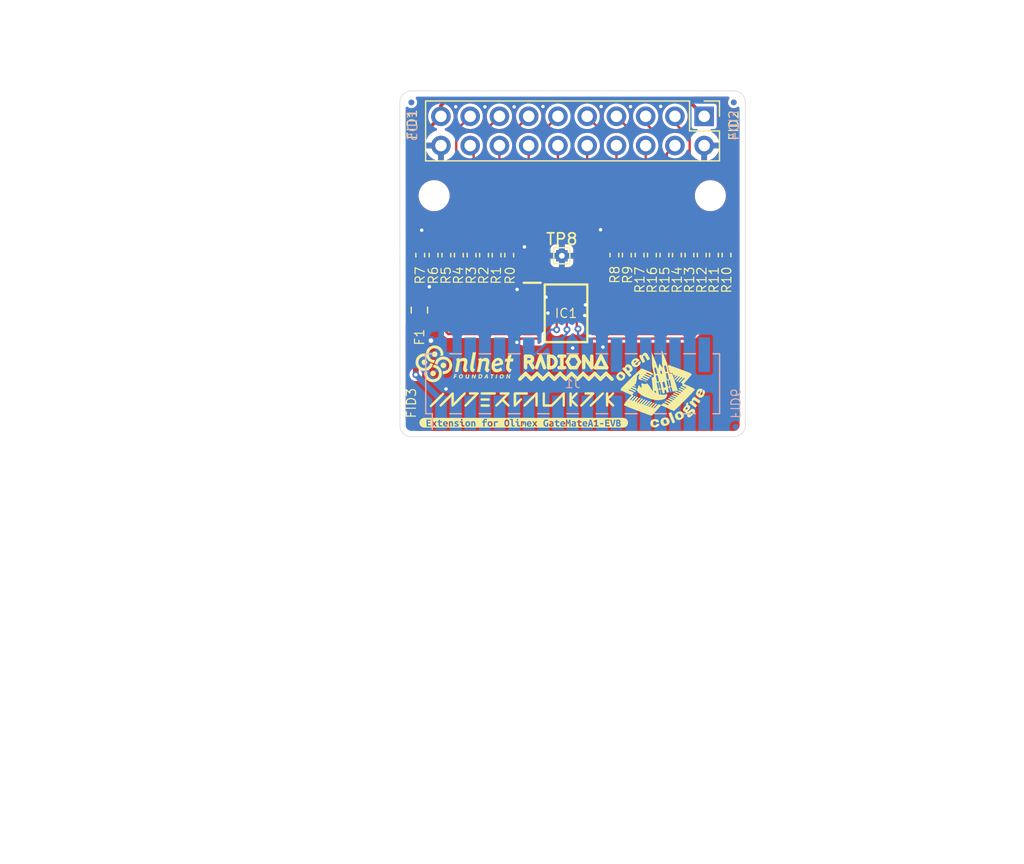
<source format=kicad_pcb>
(kicad_pcb (version 20240108) (generator "pcbnew") (generator_version "8.0")
  (title_block (title "${project_name} ${project_version}") (date "2024-12-02") (rev "${project_version}") (company "${project_creator}") (comment 1 "${project_license}"))
  (layers (0 "F.Cu" signal) (31 "B.Cu" signal) (34 "B.Paste" user) (35 "F.Paste" user) (36 "B.SilkS" user "B.Silkscreen") (37 "F.SilkS" user "F.Silkscreen") (38 "B.Mask" user) (39 "F.Mask" user) (44 "Edge.Cuts" user))
  (property "project_creator" "Intergalaktik d.o.o.")
  (property "project_license" "CERN-OHL-S v2")
  (property "project_name" "eduIO Olimex Extension")
  (property "project_version" "v0.1")
  (property "project_year" "2024.")
  (net 0 "")
  (net 1 "+VCC_LOW")
  (net 2 "GND")
  (net 3 "/Main Sheet/P00")
  (net 4 "/Main Sheet/P05")
  (net 5 "/Main Sheet/P15")
  (net 6 "+Exten_V")
  (net 7 "/Main Sheet/P03")
  (net 8 "/Main Sheet/P01")
  (net 9 "/Main Sheet/P11")
  (net 10 "/Main Sheet/P13")
  (net 11 "/Main Sheet/NB_B0_0N")
  (net 12 "/Main Sheet/P17")
  (net 13 "/Main Sheet/P02")
  (net 14 "/Main Sheet/NB_A0_0P")
  (net 15 "/Main Sheet/P10")
  (net 16 "/Main Sheet/NB_A1_1P")
  (net 17 "/Main Sheet/P07")
  (net 18 "/Main Sheet/P06")
  (net 19 "/Main Sheet/P14")
  (net 20 "/Main Sheet/P16")
  (net 21 "/Main Sheet/P04")
  (net 22 "/Main Sheet/P12")
  (net 23 "/Main Sheet/NB_A3_3P")
  (net 24 "/Main Sheet/NB_A8_8P")
  (net 25 "/Main Sheet/NB_B8_8N")
  (net 26 "/Main Sheet/NB_B5_5N")
  (net 27 "/Main Sheet/NB_B4_4N")
  (net 28 "/Main Sheet/NB_A7_7P")
  (net 29 "/Main Sheet/NB_B6_6N")
  (net 30 "/Main Sheet/NB_A4_4P")
  (net 31 "/Main Sheet/NB_B2_2N")
  (net 32 "/Main Sheet/NB_A5_5P")
  (net 33 "/Main Sheet/NB_B3_3N")
  (net 34 "/Main Sheet/NB_A2_2P")
  (net 35 "/Main Sheet/NB_B7_7N")
  (net 36 "/Main Sheet/NB_A6_6P")
  (net 37 "/Main Sheet/NB_B1_1N")
  (net 38 "Net-(J2-Pin_18)")
  (net 39 "Net-(J2-Pin_17)")
  (net 40 "Net-(J2-Pin_9)")
  (net 41 "Net-(J2-Pin_10)")
  (net 42 "Net-(J2-Pin_8)")
  (net 43 "Net-(J2-Pin_6)")
  (net 44 "Net-(J2-Pin_3)")
  (net 45 "Net-(J2-Pin_7)")
  (net 46 "Net-(J2-Pin_4)")
  (net 47 "Net-(J2-Pin_5)")
  (net 48 "Net-(J2-Pin_15)")
  (net 49 "Net-(J2-Pin_14)")
  (net 50 "Net-(J2-Pin_13)")
  (net 51 "Net-(J2-Pin_16)")
  (net 52 "Net-(J2-Pin_12)")
  (net 53 "Net-(J2-Pin_11)")
  (footprint "Resistor_SMD:R_0402_1005Metric" (layer "F.Cu") (at 104.952 66.07 90)
    (property "Reference" "R9" (at -1.71 0.06 90) (layer "F.SilkS") (effects (font (size 0.8 0.8) (thickness 0.1))))
    (property "Value" "4K7" (hide yes))
    (pad "1" smd roundrect (at -0.51 0 90) (size 0.54 0.64) (layers "F.Cu" "F.Paste" "F.Mask") (net 27 "/Main Sheet/NB_B4_4N"))
    (pad "2" smd roundrect (at 0.51 0 90) (size 0.54 0.64) (layers "F.Cu" "F.Paste" "F.Mask") (net 1 "+VCC_LOW"))
  )
  (footprint "TestPoint:TestPoint_THTPad_1.0x1.0mm_Drill0.5mm" (layer "F.Cu") (at 99.31 66.125)
    (property "Reference" "TP8" (at 0 -1.448 0) (layer "F.SilkS"))
    (property "Value" "GND" (hide yes))
    (pad "1" thru_hole rect (at 0 0) (size 1 1) (drill 0.5) (layers "*.Cu" "*.Mask") (net 2 "GND"))
  )
  (footprint "Resistor_SMD:R_0402_1005Metric" (layer "F.Cu") (at 94.742 66.07 90)
    (property "Reference" "R0" (at -1.77 0.07 90) (layer "F.SilkS") (effects (font (size 0.8 0.8) (thickness 0.1))))
    (property "Value" "20R" (hide yes))
    (pad "1" smd roundrect (at -0.51 0 90) (size 0.54 0.64) (layers "F.Cu" "F.Paste" "F.Mask") (net 3 "/Main Sheet/P00"))
    (pad "2" smd roundrect (at 0.51 0 90) (size 0.54 0.64) (layers "F.Cu" "F.Paste" "F.Mask") (net 52 "Net-(J2-Pin_12)"))
  )
  (footprint "Fiducial:Fiducial_0.5mm_Mask1mm" (layer "F.Cu") (at 86.08 80.975)
    (property "Reference" "FID3" (at 0.16 -2.05 90) (layer "F.SilkS") (effects (font (size 0.8 0.8) (thickness 0.1))))
    (property "Value" "Fiducial_F_BL" (hide yes))
    (pad "" smd circle (at 0 0) (size 0.5 0.5) (layers "F.Cu" "F.Mask") (clearance 0.25))
  )
  (footprint "Resistor_SMD:R_0402_1005Metric" (layer "F.Cu") (at 112.522 66.06 -90)
    (property "Reference" "R11" (at 2.16 0 90) (layer "F.SilkS") (effects (font (size 0.8 0.8) (thickness 0.1))))
    (property "Value" "20R" (hide yes))
    (pad "1" smd roundrect (at -0.51 0 270) (size 0.54 0.64) (layers "F.Cu" "F.Paste" "F.Mask") (net 46 "Net-(J2-Pin_4)"))
    (pad "2" smd roundrect (at 0.51 0 270) (size 0.54 0.64) (layers "F.Cu" "F.Paste" "F.Mask") (net 9 "/Main Sheet/P11"))
  )
  (footprint "Resistor_SMD:R_0402_1005Metric" (layer "F.Cu") (at 91.472 66.07 90)
    (property "Reference" "R3" (at -1.76 -0.03 90) (layer "F.SilkS") (effects (font (size 0.8 0.8) (thickness 0.1))))
    (property "Value" "20R" (hide yes))
    (pad "1" smd roundrect (at -0.51 0 90) (size 0.54 0.64) (layers "F.Cu" "F.Paste" "F.Mask") (net 7 "/Main Sheet/P03"))
    (pad "2" smd roundrect (at 0.51 0 90) (size 0.54 0.64) (layers "F.Cu" "F.Paste" "F.Mask") (net 50 "Net-(J2-Pin_13)"))
  )
  (footprint "Resistor_SMD:R_0402_1005Metric" (layer "F.Cu") (at 106.062 66.06 -90)
    (property "Reference" "R17" (at 2.16 -0.02 90) (layer "F.SilkS") (effects (font (size 0.8 0.8) (thickness 0.1))))
    (property "Value" "20R" (hide yes))
    (pad "1" smd roundrect (at -0.51 0 270) (size 0.54 0.64) (layers "F.Cu" "F.Paste" "F.Mask") (net 41 "Net-(J2-Pin_10)"))
    (pad "2" smd roundrect (at 0.51 0 270) (size 0.54 0.64) (layers "F.Cu" "F.Paste" "F.Mask") (net 12 "/Main Sheet/P17"))
  )
  (footprint "Cologne:open_cologne_small" (layer "F.Cu") (at 107.77 77.64)
    (property "Reference" "H3" (hide yes))
    (property "Value" "Logo OpenCologne" (hide yes))
  )
  (footprint "Resistor_SMD:R_0402_1005Metric" (layer "F.Cu") (at 113.612 66.06 -90)
    (property "Reference" "R10" (at 2.16 -0.01 90) (layer "F.SilkS") (effects (font (size 0.8 0.8) (thickness 0.1))))
    (property "Value" "20R" (hide yes))
    (pad "1" smd roundrect (at -0.51 0 270) (size 0.54 0.64) (layers "F.Cu" "F.Paste" "F.Mask") (net 44 "Net-(J2-Pin_3)"))
    (pad "2" smd roundrect (at 0.51 0 270) (size 0.54 0.64) (layers "F.Cu" "F.Paste" "F.Mask") (net 15 "/Main Sheet/P10"))
  )
  (footprint "Resistor_SMD:R_0402_1005Metric" (layer "F.Cu") (at 110.392 66.06 -90)
    (property "Reference" "R13" (at 2.16 0 90) (layer "F.SilkS") (effects (font (size 0.8 0.8) (thickness 0.1))))
    (property "Value" "20R" (hide yes))
    (pad "1" smd roundrect (at -0.51 0 270) (size 0.54 0.64) (layers "F.Cu" "F.Paste" "F.Mask") (net 43 "Net-(J2-Pin_6)"))
    (pad "2" smd roundrect (at 0.51 0 270) (size 0.54 0.64) (layers "F.Cu" "F.Paste" "F.Mask") (net 10 "/Main Sheet/P13"))
  )
  (footprint "Fiducial:Fiducial_0.5mm_Mask1mm" (layer "F.Cu") (at 86.24 52.805)
    (property "Reference" "FID1" (at 0.07 1.92 90) (layer "F.SilkS") (effects (font (size 0.8 0.8) (thickness 0.1))))
    (property "Value" "Fiducial_F_TL" (hide yes))
    (pad "" smd circle (at 0 0) (size 0.5 0.5) (layers "F.Cu" "F.Mask") (clearance 0.25))
  )
  (footprint "Fiducial:Fiducial_0.5mm_Mask1mm" (layer "F.Cu") (at 114.24 52.805 90)
    (property "Reference" "FID2" (at -2 0 90) (layer "F.SilkS") (effects (font (size 0.8 0.8) (thickness 0.1))))
    (property "Value" "Fiducial_F_TR" (hide yes))
    (pad "" smd circle (at 0 0 90) (size 0.5 0.5) (layers "F.Cu" "F.Mask") (clearance 0.25))
  )
  (footprint "MountingHole:MountingHole_2.2mm_M2" (layer "F.Cu") (at 88.22 60.905)
    (property "Reference" "H5" (hide yes))
    (property "Value" "MountingHole" (hide yes))
    (pad "" np_thru_hole circle (at 0 0) (size 2.2 2.2) (drill 2.2) (layers "*.Cu" "*.Mask"))
  )
  (footprint "Connector_PinHeader_2.54mm:PinHeader_2x10_P2.54mm_Vertical" (layer "F.Cu") (at 111.67 54.015 -90)
    (property "Reference" "J2" (hide yes))
    (property "Value" "IN/OUT" (hide yes))
    (pad "1" thru_hole rect (at 0 0 270) (size 1.7 1.7) (drill 1) (layers "*.Cu" "*.Mask") (net 1 "+VCC_LOW"))
    (pad "2" thru_hole oval (at 2.54 0 270) (size 1.7 1.7) (drill 1) (layers "*.Cu" "*.Mask") (net 2 "GND"))
    (pad "3" thru_hole oval (at 0 2.54 270) (size 1.7 1.7) (drill 1) (layers "*.Cu" "*.Mask") (net 44 "Net-(J2-Pin_3)"))
    (pad "4" thru_hole oval (at 2.54 2.54 270) (size 1.7 1.7) (drill 1) (layers "*.Cu" "*.Mask") (net 46 "Net-(J2-Pin_4)"))
    (pad "5" thru_hole oval (at 0 5.08 270) (size 1.7 1.7) (drill 1) (layers "*.Cu" "*.Mask") (net 47 "Net-(J2-Pin_5)"))
    (pad "6" thru_hole oval (at 2.54 5.08 270) (size 1.7 1.7) (drill 1) (layers "*.Cu" "*.Mask") (net 43 "Net-(J2-Pin_6)"))
    (pad "7" thru_hole oval (at 0 7.62 270) (size 1.7 1.7) (drill 1) (layers "*.Cu" "*.Mask") (net 45 "Net-(J2-Pin_7)"))
    (pad "8" thru_hole oval (at 2.54 7.62 270) (size 1.7 1.7) (drill 1) (layers "*.Cu" "*.Mask") (net 42 "Net-(J2-Pin_8)"))
    (pad "9" thru_hole oval (at 0 10.16 270) (size 1.7 1.7) (drill 1) (layers "*.Cu" "*.Mask") (net 40 "Net-(J2-Pin_9)"))
    (pad "10" thru_hole oval (at 2.54 10.16 270) (size 1.7 1.7) (drill 1) (layers "*.Cu" "*.Mask") (net 41 "Net-(J2-Pin_10)"))
    (pad "11" thru_hole oval (at 0 12.7 270) (size 1.7 1.7) (drill 1) (layers "*.Cu" "*.Mask") (net 53 "Net-(J2-Pin_11)"))
    (pad "12" thru_hole oval (at 2.54 12.7 270) (size 1.7 1.7) (drill 1) (layers "*.Cu" "*.Mask") (net 52 "Net-(J2-Pin_12)"))
    (pad "13" thru_hole oval (at 0 15.24 270) (size 1.7 1.7) (drill 1) (layers "*.Cu" "*.Mask") (net 50 "Net-(J2-Pin_13)"))
    (pad "14" thru_hole oval (at 2.54 15.24 270) (size 1.7 1.7) (drill 1) (layers "*.Cu" "*.Mask") (net 49 "Net-(J2-Pin_14)"))
    (pad "15" thru_hole oval (at 0 17.78 270) (size 1.7 1.7) (drill 1) (layers "*.Cu" "*.Mask") (net 48 "Net-(J2-Pin_15)"))
    (pad "16" thru_hole oval (at 2.54 17.78 270) (size 1.7 1.7) (drill 1) (layers "*.Cu" "*.Mask") (net 51 "Net-(J2-Pin_16)"))
    (pad "17" thru_hole oval (at 0 20.32 270) (size 1.7 1.7) (drill 1) (layers "*.Cu" "*.Mask") (net 39 "Net-(J2-Pin_17)"))
    (pad "18" thru_hole oval (at 2.54 20.32 270) (size 1.7 1.7) (drill 1) (layers "*.Cu" "*.Mask") (net 38 "Net-(J2-Pin_18)"))
    (pad "19" thru_hole oval (at 0 22.86 270) (size 1.7 1.7) (drill 1) (layers "*.Cu" "*.Mask") (net 1 "+VCC_LOW"))
    (pad "20" thru_hole oval (at 2.54 22.86 270) (size 1.7 1.7) (drill 1) (layers "*.Cu" "*.Mask") (net 2 "GND"))
  )
  (footprint "Resistor_SMD:R_0402_1005Metric" (layer "F.Cu") (at 90.362 66.07 90)
    (property "Reference" "R4" (at -1.76 -0.03 90) (layer "F.SilkS") (effects (font (size 0.8 0.8) (thickness 0.1))))
    (property "Value" "20R" (hide yes))
    (pad "1" smd roundrect (at -0.51 0 90) (size 0.54 0.64) (layers "F.Cu" "F.Paste" "F.Mask") (net 21 "/Main Sheet/P04"))
    (pad "2" smd roundrect (at 0.51 0 90) (size 0.54 0.64) (layers "F.Cu" "F.Paste" "F.Mask") (net 51 "Net-(J2-Pin_16)"))
  )
  (footprint "Resistor_SMD:R_0402_1005Metric" (layer "F.Cu") (at 107.132 66.06 -90)
    (property "Reference" "R16" (at 2.16 -0.02 90) (layer "F.SilkS") (effects (font (size 0.8 0.8) (thickness 0.1))))
    (property "Value" "20R" (hide yes))
    (pad "1" smd roundrect (at -0.51 0 270) (size 0.54 0.64) (layers "F.Cu" "F.Paste" "F.Mask") (net 40 "Net-(J2-Pin_9)"))
    (pad "2" smd roundrect (at 0.51 0 270) (size 0.54 0.64) (layers "F.Cu" "F.Paste" "F.Mask") (net 20 "/Main Sheet/P16"))
  )
  (footprint "MountingHole:MountingHole_2.2mm_M2" (layer "F.Cu") (at 112.21 60.905)
    (property "Reference" "H6" (hide yes))
    (property "Value" "MountingHole" (hide yes))
    (pad "" np_thru_hole circle (at 0 0) (size 2.2 2.2) (drill 2.2) (layers "*.Cu" "*.Mask"))
  )
  (footprint "nlnet:nlnet" (layer "F.Cu") (at 90.86 75.505)
    (property "Reference" "H2" (hide yes))
    (property "Value" "Logo NLnet" (hide yes))
  )
  (footprint "Resistor_SMD:R_0402_1005Metric" (layer "F.Cu") (at 93.642 66.07 90)
    (property "Reference" "R1" (at -1.76 -0.03 90) (layer "F.SilkS") (effects (font (size 0.8 0.8) (thickness 0.1))))
    (property "Value" "20R" (hide yes))
    (pad "1" smd roundrect (at -0.51 0 90) (size 0.54 0.64) (layers "F.Cu" "F.Paste" "F.Mask") (net 8 "/Main Sheet/P01"))
    (pad "2" smd roundrect (at 0.51 0 90) (size 0.54 0.64) (layers "F.Cu" "F.Paste" "F.Mask") (net 53 "Net-(J2-Pin_11)"))
  )
  (footprint "Resistor_SMD:R_0402_1005Metric" (layer "F.Cu") (at 103.872 66.06 90)
    (property "Reference" "R8" (at -1.71 0.04 90) (layer "F.SilkS") (effects (font (size 0.8 0.8) (thickness 0.1))))
    (property "Value" "4K7" (hide yes))
    (pad "1" smd roundrect (at -0.51 0 90) (size 0.54 0.64) (layers "F.Cu" "F.Paste" "F.Mask") (net 33 "/Main Sheet/NB_B3_3N"))
    (pad "2" smd roundrect (at 0.51 0 90) (size 0.54 0.64) (layers "F.Cu" "F.Paste" "F.Mask") (net 1 "+VCC_LOW"))
  )
  (footprint "Resistor_SMD:R_0402_1005Metric" (layer "F.Cu") (at 87.012 66.07 90)
    (property "Reference" "R7" (at -1.76 -0.01 90) (layer "F.SilkS") (effects (font (size 0.8 0.8) (thickness 0.1))))
    (property "Value" "20R" (hide yes))
    (pad "1" smd roundrect (at -0.51 0 90) (size 0.54 0.64) (layers "F.Cu" "F.Paste" "F.Mask") (net 17 "/Main Sheet/P07"))
    (pad "2" smd roundrect (at 0.51 0 90) (size 0.54 0.64) (layers "F.Cu" "F.Paste" "F.Mask") (net 39 "Net-(J2-Pin_17)"))
  )
  (footprint "intergalaktik:intergalaktik" (layer "F.Cu") (at 95.890409 78.486446)
    (property "Reference" "H1" (hide yes))
    (property "Value" "Logo Intergalaktik" (hide yes))
  )
  (footprint "Resistor_SMD:R_0402_1005Metric" (layer "F.Cu") (at 108.222 66.06 -90)
    (property "Reference" "R15" (at 2.16 -0.02 90) (layer "F.SilkS") (effects (font (size 0.8 0.8) (thickness 0.1))))
    (property "Value" "20R" (hide yes))
    (pad "1" smd roundrect (at -0.51 0 270) (size 0.54 0.64) (layers "F.Cu" "F.Paste" "F.Mask") (net 42 "Net-(J2-Pin_8)"))
    (pad "2" smd roundrect (at 0.51 0 270) (size 0.54 0.64) (layers "F.Cu" "F.Paste" "F.Mask") (net 5 "/Main Sheet/P15"))
  )
  (footprint "Resistor_SMD:R_0402_1005Metric" (layer "F.Cu") (at 111.462 66.06 -90)
    (property "Reference" "R12" (at 2.16 0 90) (layer "F.SilkS") (effects (font (size 0.8 0.8) (thickness 0.1))))
    (property "Value" "20R" (hide yes))
    (pad "1" smd roundrect (at -0.51 0 270) (size 0.54 0.64) (layers "F.Cu" "F.Paste" "F.Mask") (net 47 "Net-(J2-Pin_5)"))
    (pad "2" smd roundrect (at 0.51 0 270) (size 0.54 0.64) (layers "F.Cu" "F.Paste" "F.Mask") (net 22 "/Main Sheet/P12"))
  )
  (footprint "Resistor_SMD:R_0402_1005Metric" (layer "F.Cu") (at 92.552 66.07 90)
    (property "Reference" "R2" (at -1.76 -0.03 90) (layer "F.SilkS") (effects (font (size 0.8 0.8) (thickness 0.1))))
    (property "Value" "20R" (hide yes))
    (pad "1" smd roundrect (at -0.51 0 90) (size 0.54 0.64) (layers "F.Cu" "F.Paste" "F.Mask") (net 13 "/Main Sheet/P02"))
    (pad "2" smd roundrect (at 0.51 0 90) (size 0.54 0.64) (layers "F.Cu" "F.Paste" "F.Mask") (net 49 "Net-(J2-Pin_14)"))
  )
  (footprint "Resistor_SMD:R_0402_1005Metric" (layer "F.Cu") (at 88.172 66.07 90)
    (property "Reference" "R6" (at -1.76 -0.03 90) (layer "F.SilkS") (effects (font (size 0.8 0.8) (thickness 0.1))))
    (property "Value" "20R" (hide yes))
    (pad "1" smd roundrect (at -0.51 0 90) (size 0.54 0.64) (layers "F.Cu" "F.Paste" "F.Mask") (net 18 "/Main Sheet/P06"))
    (pad "2" smd roundrect (at 0.51 0 90) (size 0.54 0.64) (layers "F.Cu" "F.Paste" "F.Mask") (net 38 "Net-(J2-Pin_18)"))
  )
  (footprint "radiona:radiona_small" (layer "F.Cu") (at 99.659591 74.843554)
    (property "Reference" "H4" (hide yes))
    (property "Value" "Logo Radiona" (hide yes))
  )
  (footprint "Fuse:Fuse_0805_2012Metric" (layer "F.Cu") (at 86.94 70.8425 90)
    (property "Reference" "F1" (at -2.3525 0.01 90) (layer "F.SilkS") (effects (font (size 0.8 0.8) (thickness 0.1))))
    (property "Value" "0805L050WR" (hide yes))
    (pad "1" smd roundrect (at -0.9375 0 90) (size 0.975 1.4) (layers "F.Cu" "F.Paste" "F.Mask") (net 6 "+Exten_V"))
    (pad "2" smd roundrect (at 0.9375 0 90) (size 0.975 1.4) (layers "F.Cu" "F.Paste" "F.Mask") (net 1 "+VCC_LOW"))
  )
  (footprint "Resistor_SMD:R_0402_1005Metric" (layer "F.Cu") (at 89.282 66.07 90)
    (property "Reference" "R5" (at -1.76 -0.03 90) (layer "F.SilkS") (effects (font (size 0.8 0.8) (thickness 0.1))))
    (property "Value" "20R" (hide yes))
    (pad "1" smd roundrect (at -0.51 0 90) (size 0.54 0.64) (layers "F.Cu" "F.Paste" "F.Mask") (net 4 "/Main Sheet/P05"))
    (pad "2" smd roundrect (at 0.51 0 90) (size 0.54 0.64) (layers "F.Cu" "F.Paste" "F.Mask") (net 48 "Net-(J2-Pin_15)"))
  )
  (footprint "PCA9535DGVR:SOP40P640X120-24N" (layer "F.Cu") (at 99.672 71.12)
    (property "Reference" "IC1" (at 0 0 0) (layer "F.SilkS") (effects (font (size 0.8 0.8) (thickness 0.1))))
    (property "Value" "PCA9535DGVR" (hide yes))
    (pad "1" smd rect (at -2.938 -2.2 90) (size 0.2 1.475) (layers "F.Cu" "F.Paste" "F.Mask") (net 31 "/Main Sheet/NB_B2_2N"))
    (pad "2" smd rect (at -2.938 -1.8 90) (size 0.2 1.475) (layers "F.Cu" "F.Paste" "F.Mask") (net 2 "GND"))
    (pad "3" smd rect (at -2.938 -1.4 90) (size 0.2 1.475) (layers "F.Cu" "F.Paste" "F.Mask") (net 2 "GND"))
    (pad "4" smd rect (at -2.938 -1 90) (size 0.2 1.475) (layers "F.Cu" "F.Paste" "F.Mask") (net 3 "/Main Sheet/P00"))
    (pad "5" smd rect (at -2.938 -0.6 90) (size 0.2 1.475) (layers "F.Cu" "F.Paste" "F.Mask") (net 8 "/Main Sheet/P01"))
    (pad "6" smd rect (at -2.938 -0.2 90) (size 0.2 1.475) (layers "F.Cu" "F.Paste" "F.Mask") (net 13 "/Main Sheet/P02"))
    (pad "7" smd rect (at -2.938 0.2 90) (size 0.2 1.475) (layers "F.Cu" "F.Paste" "F.Mask") (net 7 "/Main Sheet/P03"))
    (pad "8" smd rect (at -2.938 0.6 90) (size 0.2 1.475) (layers "F.Cu" "F.Paste" "F.Mask") (net 21 "/Main Sheet/P04"))
    (pad "9" smd rect (at -2.938 1 90) (size 0.2 1.475) (layers "F.Cu" "F.Paste" "F.Mask") (net 4 "/Main Sheet/P05"))
    (pad "10" smd rect (at -2.938 1.4 90) (size 0.2 1.475) (layers "F.Cu" "F.Paste" "F.Mask") (net 18 "/Main Sheet/P06"))
    (pad "11" smd rect (at -2.938 1.8 90) (size 0.2 1.475) (layers "F.Cu" "F.Paste" "F.Mask") (net 17 "/Main Sheet/P07"))
    (pad "12" smd rect (at -2.938 2.2 90) (size 0.2 1.475) (layers "F.Cu" "F.Paste" "F.Mask") (net 2 "GND"))
    (pad "13" smd rect (at 2.938 2.2 90) (size 0.2 1.475) (layers "F.Cu" "F.Paste" "F.Mask") (net 15 "/Main Sheet/P10"))
    (pad "14" smd rect (at 2.938 1.8 90) (size 0.2 1.475) (layers "F.Cu" "F.Paste" "F.Mask") (net 9 "/Main Sheet/P11"))
    (pad "15" smd rect (at 2.938 1.4 90) (size 0.2 1.475) (layers "F.Cu" "F.Paste" "F.Mask") (net 22 "/Main Sheet/P12"))
    (pad "16" smd rect (at 2.938 1 90) (size 0.2 1.475) (layers "F.Cu" "F.Paste" "F.Mask") (net 10 "/Main Sheet/P13"))
    (pad "17" smd rect (at 2.938 0.6 90) (size 0.2 1.475) (layers "F.Cu" "F.Paste" "F.Mask") (net 19 "/Main Sheet/P14"))
    (pad "18" smd rect (at 2.938 0.2 90) (size 0.2 1.475) (layers "F.Cu" "F.Paste" "F.Mask") (net 5 "/Main Sheet/P15"))
    (pad "19" smd rect (at 2.938 -0.2 90) (size 0.2 1.475) (layers "F.Cu" "F.Paste" "F.Mask") (net 20 "/Main Sheet/P16"))
    (pad "20" smd rect (at 2.938 -0.6 90) (size 0.2 1.475) (layers "F.Cu" "F.Paste" "F.Mask") (net 12 "/Main Sheet/P17"))
    (pad "21" smd rect (at 2.938 -1 90) (size 0.2 1.475) (layers "F.Cu" "F.Paste" "F.Mask") (net 2 "GND"))
    (pad "22" smd rect (at 2.938 -1.4 90) (size 0.2 1.475) (layers "F.Cu" "F.Paste" "F.Mask") (net 27 "/Main Sheet/NB_B4_4N"))
    (pad "23" smd rect (at 2.938 -1.8 90) (size 0.2 1.475) (layers "F.Cu" "F.Paste" "F.Mask") (net 33 "/Main Sheet/NB_B3_3N"))
    (pad "24" smd rect (at 2.938 -2.2 90) (size 0.2 1.475) (layers "F.Cu" "F.Paste" "F.Mask") (net 1 "+VCC_LOW"))
  )
  (footprint "Resistor_SMD:R_0402_1005Metric" (layer "F.Cu") (at 109.302 66.06 -90)
    (property "Reference" "R14" (at 2.16 -0.02 90) (layer "F.SilkS") (effects (font (size 0.8 0.8) (thickness 0.1))))
    (property "Value" "20R" (hide yes))
    (pad "1" smd roundrect (at -0.51 0 270) (size 0.54 0.64) (layers "F.Cu" "F.Paste" "F.Mask") (net 45 "Net-(J2-Pin_7)"))
    (pad "2" smd roundrect (at 0.51 0 270) (size 0.54 0.64) (layers "F.Cu" "F.Paste" "F.Mask") (net 19 "/Main Sheet/P14"))
  )
  (footprint "kibuzzard-674D68C8" (layer "F.Cu") (at 96 80.625)
    (property "Reference" "kibuzzard-674D68C8" (hide yes))
    (property "Value" "G***" (hide yes))
  )
  (footprint "Fiducial:Fiducial_0.5mm_Mask1mm" (layer "B.Cu") (at 114.24 52.805 -90)
    (property "Reference" "FID4" (at 2 -0.02 90) (layer "B.SilkS") (effects (font (size 0.8 0.8) (thickness 0.1)) (justify mirror)))
    (property "Value" "Fiducial_B_TL" (hide yes))
    (pad "" smd circle (at 0 0 270) (size 0.5 0.5) (layers "B.Cu" "B.Mask") (clearance 0.25))
  )
  (footprint "Connector_PinSocket_2.54mm:PinSocket_2x10_P2.54mm_Vertical_SMD" (layer "B.Cu") (at 100.25 77.24 -90)
    (property "Reference" "J1" (at -0.025 0 180) (layer "B.SilkS") (effects (font (size 0.8 0.8) (thickness 0.1)) (justify mirror)))
    (property "Value" "MISC" (hide yes))
    (pad "1" smd rect (at 2.52 11.43 270) (size 3 1) (layers "B.Cu" "B.Paste" "B.Mask") (net 6 "+Exten_V"))
    (pad "2" smd rect (at -2.52 11.43 270) (size 3 1) (layers "B.Cu" "B.Paste" "B.Mask") (net 2 "GND"))
    (pad "3" smd rect (at 2.52 8.89 270) (size 3 1) (layers "B.Cu" "B.Paste" "B.Mask") (net 14 "/Main Sheet/NB_A0_0P"))
    (pad "4" smd rect (at -2.52 8.89 270) (size 3 1) (layers "B.Cu" "B.Paste" "B.Mask") (net 11 "/Main Sheet/NB_B0_0N"))
    (pad "5" smd rect (at 2.52 6.35 270) (size 3 1) (layers "B.Cu" "B.Paste" "B.Mask") (net 16 "/Main Sheet/NB_A1_1P"))
    (pad "6" smd rect (at -2.52 6.35 270) (size 3 1) (layers "B.Cu" "B.Paste" "B.Mask") (net 37 "/Main Sheet/NB_B1_1N"))
    (pad "7" smd rect (at 2.52 3.81 270) (size 3 1) (layers "B.Cu" "B.Paste" "B.Mask") (net 34 "/Main Sheet/NB_A2_2P"))
    (pad "8" smd rect (at -2.52 3.81 270) (size 3 1) (layers "B.Cu" "B.Paste" "B.Mask") (net 31 "/Main Sheet/NB_B2_2N"))
    (pad "9" smd rect (at 2.52 1.27 270) (size 3 1) (layers "B.Cu" "B.Paste" "B.Mask") (net 23 "/Main Sheet/NB_A3_3P"))
    (pad "10" smd rect (at -2.52 1.27 270) (size 3 1) (layers "B.Cu" "B.Paste" "B.Mask") (net 33 "/Main Sheet/NB_B3_3N"))
    (pad "11" smd rect (at 2.52 -1.27 270) (size 3 1) (layers "B.Cu" "B.Paste" "B.Mask") (net 30 "/Main Sheet/NB_A4_4P"))
    (pad "12" smd rect (at -2.52 -1.27 270) (size 3 1) (layers "B.Cu" "B.Paste" "B.Mask") (net 27 "/Main Sheet/NB_B4_4N"))
    (pad "13" smd rect (at 2.52 -3.81 270) (size 3 1) (layers "B.Cu" "B.Paste" "B.Mask") (net 32 "/Main Sheet/NB_A5_5P"))
    (pad "14" smd rect (at -2.52 -3.81 270) (size 3 1) (layers "B.Cu" "B.Paste" "B.Mask") (net 26 "/Main Sheet/NB_B5_5N"))
    (pad "15" smd rect (at 2.52 -6.35 270) (size 3 1) (layers "B.Cu" "B.Paste" "B.Mask") (net 36 "/Main Sheet/NB_A6_6P"))
    (pad "16" smd rect (at -2.52 -6.35 270) (size 3 1) (layers "B.Cu" "B.Paste" "B.Mask") (net 29 "/Main Sheet/NB_B6_6N"))
    (pad "17" smd rect (at 2.52 -8.89 270) (size 3 1) (layers "B.Cu" "B.Paste" "B.Mask") (net 28 "/Main Sheet/NB_A7_7P"))
    (pad "18" smd rect (at -2.52 -8.89 270) (size 3 1) (layers "B.Cu" "B.Paste" "B.Mask") (net 35 "/Main Sheet/NB_B7_7N"))
    (pad "19" smd rect (at 2.52 -11.43 270) (size 3 1) (layers "B.Cu" "B.Paste" "B.Mask") (net 24 "/Main Sheet/NB_A8_8P"))
    (pad "20" smd rect (at -2.52 -11.43 270) (size 3 1) (layers "B.Cu" "B.Paste" "B.Mask") (net 25 "/Main Sheet/NB_B8_8N"))
  )
  (footprint "Fiducial:Fiducial_0.5mm_Mask1mm" (layer "B.Cu") (at 114.39 80.975 180)
    (property "Reference" "FID6" (at 0.03 2.02 -90) (layer "B.SilkS") (effects (font (size 0.8 0.8) (thickness 0.1)) (justify mirror)))
    (property "Value" "Fiducial_B_BL" (hide yes))
    (pad "" smd circle (at 0 0 180) (size 0.5 0.5) (layers "B.Cu" "B.Mask") (clearance 0.25))
  )
  (footprint "Fiducial:Fiducial_0.5mm_Mask1mm" (layer "B.Cu") (at 86.24 52.805 180)
    (property "Reference" "FID5" (at -0.12 -2.05 90) (layer "B.SilkS") (effects (font (size 0.8 0.8) (thickness 0.1)) (justify mirror)))
    (property "Value" "Fiducial_B_TR" (hide yes))
    (pad "" smd circle (at 0 0 180) (size 0.5 0.5) (layers "B.Cu" "B.Mask") (clearance 0.25))
  )
  (gr_arc (start 86.25 81.835) (mid 85.542893 81.542107) (end 85.25 80.835) (stroke (width 0.05)) (layer "Edge.Cuts"))
  (gr_arc (start 115.25 80.835) (mid 114.957107 81.542107) (end 114.25 81.835) (stroke (width 0.05)) (layer "Edge.Cuts"))
  (gr_line (start 86.24 51.805) (end 114.24 51.805) (stroke (width 0.05)) (layer "Edge.Cuts"))
  (gr_line (start 85.25 80.835) (end 85.24 52.805) (stroke (width 0.05)) (layer "Edge.Cuts"))
  (gr_arc (start 114.24 51.805) (mid 114.947107 52.097893) (end 115.24 52.805) (stroke (width 0.05)) (layer "Edge.Cuts"))
  (gr_line (start 115.24 52.805) (end 115.25 80.835) (stroke (width 0.05)) (layer "Edge.Cuts"))
  (gr_arc (start 85.24 52.805) (mid 85.532893 52.097893) (end 86.24 51.805) (stroke (width 0.05)) (layer "Edge.Cuts"))
  (gr_line (start 114.25 81.835) (end 86.25 81.835) (stroke (width 0.05)) (layer "Edge.Cuts"))
  (segment (start 101.302 66.75) (end 101.302 68.4) (width 0.3) (layer "F.Cu") (net 1))
  (segment (start 100.24 62.315) (end 100.24 52.985) (width 0.3) (layer "F.Cu") (net 1))
  (segment (start 86.05 69.015) (end 86.94 69.905) (width 0.3) (layer "F.Cu") (net 1))
  (segment (start 89.38 52.515) (end 88.81 53.085) (width 0.3) (layer "F.Cu") (net 1))
  (segment (start 86.05 56.775) (end 86.05 69.015) (width 0.3) (layer "F.Cu") (net 1))
  (segment (start 88.81 53.085) (end 88.81 54.015) (width 0.3) (layer "F.Cu") (net 1))
  (segment (start 100.53 52.495) (end 110.15 52.495) (width 0.3) (layer "F.Cu") (net 1))
  (segment (start 100.14 52.885) (end 99.77 52.515) (width 0.3) (layer "F.Cu") (net 1))
  (segment (start 100.24 52.985) (end 100.14 52.885) (width 0.3) (layer "F.Cu") (net 1))
  (segment (start 104.942 65.55) (end 104.952 65.56) (width 0.2) (layer "F.Cu") (net 1))
  (segment (start 103.872 65.55) (end 104.942 65.55) (width 0.2) (layer "F.Cu") (net 1))
  (segment (start 102.502 65.55) (end 103.872 65.55) (width 0.3) (layer "F.Cu") (net 1))
  (segment (start 101.302 66.75) (end 102.502 65.55) (width 0.3) (layer "F.Cu") (net 1))
  (segment (start 101.822 68.92) (end 102.61 68.92) (width 0.2) (layer "F.Cu") (net 1))
  (segment (start 101.302 68.4) (end 101.822 68.92) (width 0.2) (layer "F.Cu") (net 1))
  (segment (start 101.302 63.377) (end 100.24 62.315) (width 0.3) (layer "F.Cu") (net 1))
  (segment (start 101.302 66.75) (end 101.302 63.377) (width 0.3) (layer "F.Cu") (net 1))
  (segment (start 88.81 54.015) (end 86.05 56.775) (width 0.3) (layer "F.Cu") (net 1))
  (segment (start 100.14 52.885) (end 100.53 52.495) (width 0.3) (layer "F.Cu") (net 1))
  (segment (start 99.77 52.515) (end 89.38 52.515) (width 0.3) (layer "F.Cu") (net 1))
  (segment (start 110.15 52.495) (end 111.67 54.015) (width 0.3) (layer "F.Cu") (net 1))
  (segment (start 95.692 69.32) (end 95.422 69.05) (width 0.2) (layer "F.Cu") (net 2))
  (segment (start 96.734 69.32) (end 95.692 69.32) (width 0.2) (layer "F.Cu") (net 2))
  (segment (start 96.734 69.72) (end 97.932 69.72) (width 0.2) (layer "F.Cu") (net 2))
  (segment (start 101.632 70.12) (end 101.362 70.39) (width 0.2) (layer "F.Cu") (net 2))
  (segment (start 95.735 73.32) (end 96.734 73.32) (width 0.2) (layer "F.Cu") (net 2))
  (segment (start 102.61 70.12) (end 101.632 70.12) (width 0.2) (layer "F.Cu") (net 2))
  (segment (start 95.41 73.645) (end 95.735 73.32) (width 0.2) (layer "F.Cu") (net 2))
  (via (at 97.67 53.165) (size 0.6) (drill 0.3) (layers "F.Cu" "B.Cu") (net 2))
  (via (at 96.06 65.355) (size 0.6) (drill 0.3) (layers "F.Cu" "B.Cu") (net 2))
  (via (at 95.422 69.05) (size 0.6) (drill 0.3) (layers "F.Cu" "B.Cu") (net 2))
  (via (at 98.1 71.105) (size 0.6) (drill 0.3) (layers "F.Cu" "B.Cu") (net 2))
  (via (at 102.88 74.055) (size 0.6) (drill 0.3) (layers "F.Cu" "B.Cu") (net 2))
  (via (at 97.932 69.72) (size 0.6) (drill 0.3) (layers "F.Cu" "B.Cu") (net 2))
  (via (at 102.67 63.865) (size 0.6) (drill 0.3) (layers "F.Cu" "B.Cu") (net 2))
  (via (at 87.14 63.905) (size 0.6) (drill 0.3) (layers "F.Cu" "B.Cu") (net 2))
  (via (at 101.362 70.39) (size 0.6) (drill 0.3) (layers "F.Cu" "B.Cu") (net 2))
  (via (at 89.25 77.695) (size 0.6) (drill 0.3) (layers "F.Cu" "B.Cu") (net 2))
  (via (at 87.94 73.495) (size 0.8) (drill 0.4) (layers "F.Cu" "B.Cu") (net 2))
  (via (at 100.25 74.135) (size 0.6) (drill 0.3) (layers "F.Cu" "B.Cu") (net 2))
  (via (at 107.89 53.155) (size 0.6) (drill 0.3) (layers "F.Cu" "B.Cu") (net 2))
  (via (at 102.72 53.165) (size 0.6) (drill 0.3) (layers "F.Cu" "B.Cu") (net 2))
  (via (at 105.27 53.175) (size 0.6) (drill 0.3) (layers "F.Cu" "B.Cu") (net 2))
  (via (at 87.8 68.815) (size 0.6) (drill 0.3) (layers "F.Cu" "B.Cu") (net 2))
  (via (at 92.63 53.195) (size 0.6) (drill 0.3) (layers "F.Cu" "B.Cu") (net 2))
  (via (at 95.41 73.645) (size 0.6) (drill 0.3) (layers "F.Cu" "B.Cu") (net 2))
  (via (at 101.3 71.315) (size 0.6) (drill 0.3) (layers "F.Cu" "B.Cu") (net 2))
  (via (at 90.09 53.185) (size 0.6) (drill 0.3) (layers "F.Cu" "B.Cu") (net 2))
  (via (at 95.17 53.195) (size 0.6) (drill 0.3) (layers "F.Cu" "B.Cu") (net 2))
  (segment (start 87.94 73.495) (end 88.82 74.375) (width 0.5) (layer "B.Cu") (net 2))
  (segment (start 88.82 74.375) (end 88.82 74.72) (width 0.5) (layer "B.Cu") (net 2))
  (segment (start 94.742 69.29) (end 94.742 66.58) (width 0.2) (layer "F.Cu") (net 3))
  (segment (start 95.572 70.12) (end 94.742 69.29) (width 0.2) (layer "F.Cu") (net 3))
  (segment (start 96.734 70.12) (end 95.572 70.12) (width 0.2) (layer "F.Cu") (net 3))
  (segment (start 89.69 70.455) (end 89.69 66.988) (width 0.2) (layer "F.Cu") (net 4))
  (segment (start 96.734 72.12) (end 91.355 72.12) (width 0.2) (layer "F.Cu") (net 4))
  (segment (start 89.69 66.988) (end 89.282 66.58) (width 0.2) (layer "F.Cu") (net 4))
  (segment (start 91.355 72.12) (end 89.69 70.455) (width 0.2) (layer "F.Cu") (net 4))
  (segment (start 108.222 69.84) (end 108.222 66.57) (width 0.2) (layer "F.Cu") (net 5))
  (segment (start 102.61 71.32) (end 106.742 71.32) (width 0.2) (layer "F.Cu") (net 5))
  (segment (start 106.742 71.32) (end 108.222 69.84) (width 0.2) (layer "F.Cu") (net 5))
  (segment (start 86.63 72.09) (end 86.94 71.78) (width 0.5) (layer "F.Cu") (net 6))
  (segment (start 86.63 76.455) (end 86.63 72.09) (width 0.5) (layer "F.Cu") (net 6))
  (via (at 86.63 76.455) (size 0.6) (drill 0.3) (layers "F.Cu" "B.Cu") (net 6))
  (segment (start 88.82 79.76) (end 88.82 78.655) (width 0.5) (layer "B.Cu") (net 6))
  (segment (start 88.82 78.655) (end 86.94 76.775) (width 0.5) (layer "B.Cu") (net 6))
  (segment (start 86.63 76.465) (end 86.63 76.455) (width 0.5) (layer "B.Cu") (net 6))
  (segment (start 86.94 76.775) (end 86.63 76.465) (width 0.5) (layer "B.Cu") (net 6))
  (segment (start 91.472 70.13) (end 91.472 66.58) (width 0.2) (layer "F.Cu") (net 7))
  (segment (start 96.734 71.32) (end 92.662 71.32) (width 0.2) (layer "F.Cu") (net 7))
  (segment (start 92.662 71.32) (end 91.472 70.13) (width 0.2) (layer "F.Cu") (net 7))
  (segment (start 96.734 70.52) (end 94.912 70.52) (width 0.2) (layer "F.Cu") (net 8))
  (segment (start 94.912 70.52) (end 93.642 69.25) (width 0.2) (layer "F.Cu") (net 8))
  (segment (start 93.642 69.25) (end 93.642 66.58) (width 0.2) (layer "F.Cu") (net 8))
  (segment (start 112.522 70.3) (end 112.522 66.57) (width 0.2) (layer "F.Cu") (net 9))
  (segment (start 109.902 72.92) (end 112.522 70.3) (width 0.2) (layer "F.Cu") (net 9))
  (segment (start 102.61 72.92) (end 109.902 72.92) (width 0.2) (layer "F.Cu") (net 9))
  (segment (start 108.272 72.12) (end 110.392 70) (width 0.2) (layer "F.Cu") (net 10))
  (segment (start 110.392 70) (end 110.392 66.57) (width 0.2) (layer "F.Cu") (net 10))
  (segment (start 102.61 72.12) (end 108.272 72.12) (width 0.2) (layer "F.Cu") (net 10))
  (segment (start 106.062 70.24) (end 106.062 66.57) (width 0.2) (layer "F.Cu") (net 12))
  (segment (start 102.61 70.52) (end 105.782 70.52) (width 0.2) (layer "F.Cu") (net 12))
  (segment (start 105.782 70.52) (end 106.062 70.24) (width 0.2) (layer "F.Cu") (net 12))
  (segment (start 92.552 69.39) (end 92.552 66.58) (width 0.2) (layer "F.Cu") (net 13))
  (segment (start 96.734 70.92) (end 94.082 70.92) (width 0.2) (layer "F.Cu") (net 13))
  (segment (start 94.082 70.92) (end 92.552 69.39) (width 0.2) (layer "F.Cu") (net 13))
  (segment (start 102.61 73.32) (end 110.422 73.32) (width 0.2) (layer "F.Cu") (net 15))
  (segment (start 110.422 73.32) (end 113.612 70.13) (width 0.2) (layer "F.Cu") (net 15))
  (segment (start 113.612 70.13) (end 113.612 66.57) (width 0.2) (layer "F.Cu") (net 15))
  (segment (start 96.734 72.92) (end 89.445 72.92) (width 0.2) (layer "F.Cu") (net 17))
  (segment (start 88.42 67.988) (end 87.012 66.58) (width 0.2) (layer "F.Cu") (net 17))
  (segment (start 89.445 72.92) (end 88.42 71.895) (width 0.2) (layer "F.Cu") (net 17))
  (segment (start 88.42 71.895) (end 88.42 67.988) (width 0.2) (layer "F.Cu") (net 17))
  (segment (start 89.1 71.295) (end 89.1 67.508) (width 0.2) (layer "F.Cu") (net 18))
  (segment (start 90.325 72.52) (end 89.1 71.295) (width 0.2) (layer "F.Cu") (net 18))
  (segment (start 96.734 72.52) (end 90.325 72.52) (width 0.2) (layer "F.Cu") (net 18))
  (segment (start 89.1 67.508) (end 88.172 66.58) (width 0.2) (layer "F.Cu") (net 18))
  (segment (start 109.302 69.87) (end 109.302 66.57) (width 0.2) (layer "F.Cu") (net 19))
  (segment (start 107.452 71.72) (end 109.302 69.87) (width 0.2) (layer "F.Cu") (net 19))
  (segment (start 102.61 71.72) (end 107.452 71.72) (width 0.2) (layer "F.Cu") (net 19))
  (segment (start 102.61 70.92) (end 106.122 70.92) (width 0.2) (layer "F.Cu") (net 20))
  (segment (start 106.122 70.92) (end 107.132 69.91) (width 0.2) (layer "F.Cu") (net 20))
  (segment (start 107.132 69.91) (end 107.132 66.57) (width 0.2) (layer "F.Cu") (net 20))
  (segment (start 91.662 71.72) (end 90.362 70.42) (width 0.2) (layer "F.Cu") (net 21))
  (segment (start 96.734 71.72) (end 91.662 71.72) (width 0.2) (layer "F.Cu") (net 21))
  (segment (start 90.362 70.42) (end 90.362 66.58) (width 0.2) (layer "F.Cu") (net 21))
  (segment (start 109.172 72.52) (end 111.472 70.22) (width 0.2) (layer "F.Cu") (net 22))
  (segment (start 111.472 66.58) (end 111.462 66.57) (width 0.2) (layer "F.Cu") (net 22))
  (segment (start 102.61 72.52) (end 109.172 72.52) (width 0.2) (layer "F.Cu") (net 22))
  (segment (start 111.472 70.22) (end 111.472 66.58) (width 0.2) (layer "F.Cu") (net 22))
  (segment (start 100.61 70.165) (end 101.055 69.72) (width 0.2) (layer "F.Cu") (net 27))
  (segment (start 104.492 69.72) (end 102.61 69.72) (width 0.2) (layer "F.Cu") (net 27))
  (segment (start 100.61 72.365) (end 100.61 70.165) (width 0.2) (layer "F.Cu") (net 27))
  (segment (start 100.715 72.47) (end 100.61 72.365) (width 0.2) (layer "F.Cu") (net 27))
  (segment (start 104.952 69.26) (end 104.952 66.58) (width 0.2) (layer "F.Cu") (net 27))
  (segment (start 101.055 69.72) (end 102.61 69.72) (width 0.2) (layer "F.Cu") (net 27))
  (segment (start 104.952 69.26) (end 104.492 69.72) (width 0.2) (layer "F.Cu") (net 27))
  (via (at 100.715 72.47) (size 0.6) (drill 0.3) (layers "F.Cu" "B.Cu") (net 27))
  (segment (start 101.52 74.72) (end 101.52 73.775) (width 0.2) (layer "B.Cu") (net 27))
  (segment (start 100.715 72.97) (end 100.715 72.47) (width 0.2) (layer "B.Cu") (net 27))
  (segment (start 101.52 73.775) (end 100.715 72.97) (width 0.2) (layer "B.Cu") (net 27))
  (segment (start 98.86 69.605) (end 98.86 72.545) (width 0.2) (layer "F.Cu") (net 31))
  (segment (start 98.86 69.605) (end 98.175 68.92) (width 0.2) (layer "F.Cu") (net 31))
  (segment (start 98.175 68.92) (end 96.734 68.92) (width 0.2) (layer "F.Cu") (net 31))
  (via (at 98.86 72.545) (size 0.6) (drill 0.3) (layers "F.Cu" "B.Cu") (net 31))
  (segment (start 97.89 73.015) (end 98.36 72.545) (width 0.2) (layer "B.Cu") (net 31))
  (segment (start 96.935 74.72) (end 97.89 73.765) (width 0.2) (layer "B.Cu") (net 31))
  (segment (start 98.36 72.545) (end 98.86 72.545) (width 0.2) (layer "B.Cu") (net 31))
  (segment (start 97.89 73.765) (end 97.89 73.015) (width 0.2) (layer "B.Cu") (net 31))
  (segment (start 96.44 74.72) (end 96.935 74.72) (width 0.2) (layer "B.Cu") (net 31))
  (segment (start 99.74 72.515) (end 99.74 69.885) (width 0.2) (layer "F.Cu") (net 33))
  (segment (start 99.76 72.535) (end 99.74 72.515) (width 0.2) (layer "F.Cu") (net 33))
  (segment (start 100.305 69.32) (end 102.61 69.32) (width 0.2) (layer "F.Cu") (net 33))
  (segment (start 103.632 69.32) (end 102.61 69.32) (width 0.2) (layer "F.Cu") (net 33))
  (segment (start 103.872 69.08) (end 103.632 69.32) (width 0.2) (layer "F.Cu") (net 33))
  (segment (start 103.872 69.08) (end 103.872 66.57) (width 0.2) (layer "F.Cu") (net 33))
  (segment (start 99.74 69.885) (end 100.305 69.32) (width 0.2) (layer "F.Cu") (net 33))
  (via (at 99.76 72.535) (size 0.6) (drill 0.3) (layers "F.Cu" "B.Cu") (net 33))
  (segment (start 98.98 73.645) (end 99.76 72.865) (width 0.2) (layer "B.Cu") (net 33))
  (segment (start 99.76 72.865) (end 99.76 72.535) (width 0.2) (layer "B.Cu") (net 33))
  (segment (start 98.98 74.72) (end 98.98 73.645) (width 0.2) (layer "B.Cu") (net 33))
  (segment (start 91.35 56.555) (end 91.65 56.855) (width 0.2) (layer "F.Cu") (net 38))
  (segment (start 91.65 62.205) (end 88.295 65.56) (width 0.2) (layer "F.Cu") (net 38))
  (segment (start 91.65 56.855) (end 91.65 62.205) (width 0.2) (layer "F.Cu") (net 38))
  (segment (start 88.295 65.56) (end 88.172 65.56) (width 0.2) (layer "F.Cu") (net 38))
  (segment (start 87.012 65.56) (end 87.045 65.56) (width 0.2) (layer "F.Cu") (net 39))
  (segment (start 89.6 63.385) (end 90.88 62.105) (width 0.2) (layer "F.Cu") (net 39))
  (segment (start 90.88 62.105) (end 90.88 58.705) (width 0.2) (layer "F.Cu") (net 39))
  (segment (start 89.22 63.385) (end 89.6 63.385) (width 0.2) (layer "F.Cu") (net 39))
  (segment (start 87.045 65.56) (end 89.22 63.385) (width 0.2) (layer "F.Cu") (net 39))
  (segment (start 90.88 58.705) (end 90.14 57.965) (width 0.2) (layer "F.Cu") (net 39))
  (segment (start 90.14 55.225) (end 91.35 54.015) (width 0.2) (layer "F.Cu") (net 39))
  (segment (start 90.14 57.965) (end 90.14 55.225) (width 0.2) (layer "F.Cu") (net 39))
  (segment (start 102.85 55.375) (end 101.51 54.035) (width 0.2) (layer "F.Cu") (net 40))
  (segment (start 101.51 54.035) (end 101.51 54.015) (width 0.2) (layer "F.Cu") (net 40))
  (segment (start 107.132 65.55) (end 107.132 65.287) (width 0.2) (layer "F.Cu") (net 40))
  (segment (start 107.132 65.287) (end 102.85 61.005) (width 0.2) (layer "F.Cu") (net 40))
  (segment (start 102.85 61.005) (end 102.85 55.375) (width 0.2) (layer "F.Cu") (net 40))
  (segment (start 106.062 65.55) (end 101.51 60.998) (width 0.2) (layer "F.Cu") (net 41))
  (segment (start 101.51 60.998) (end 101.51 56.555) (width 0.2) (layer "F.Cu") (net 41))
  (segment (start 104.05 56.555) (end 104.05 61.115) (width 0.2) (layer "F.Cu") (net 42))
  (segment (start 104.05 61.115) (end 108.222 65.287) (width 0.2) (layer "F.Cu") (net 42))
  (segment (start 108.222 65.287) (end 108.222 65.55) (width 0.2) (layer "F.Cu") (net 42))
  (segment (start 106.59 56.555) (end 106.59 61.748) (width 0.2) (layer "F.Cu") (net 43))
  (segment (start 106.59 61.748) (end 110.392 65.55) (width 0.2) (layer "F.Cu") (net 43))
  (segment (start 110.41 55.885) (end 109.13 54.605) (width 0.2) (layer "F.Cu") (net 44))
  (segment (start 110.41 57.735) (end 110.41 55.885) (width 0.2) (layer "F.Cu") (net 44))
  (segment (start 113.612 65.55) (end 113.612 65.357) (width 0.2) (layer "F.Cu") (net 44))
  (segment (start 109.16 61.525) (end 109.16 58.985) (width 0.2) (layer "F.Cu") (net 44))
  (segment (start 111.19 63.555) (end 109.16 61.525) (width 0.2) (layer "F.Cu") (net 44))
  (segment (start 111.81 63.555) (end 111.19 63.555) (width 0.2) (layer "F.Cu") (net 44))
  (segment (start 109.16 58.985) (end 110.41 57.735) (width 0.2) (layer "F.Cu") (net 44))
  (segment (start 109.13 54.605) (end 109.13 54.015) (width 0.2) (layer "F.Cu") (net 44))
  (segment (start 113.612 65.357) (end 111.81 63.555) (width 0.2) (layer "F.Cu") (net 44))
  (segment (start 105.33 61.465) (end 105.33 55.295) (width 0.2) (layer "F.Cu") (net 45))
  (segment (start 109.302 65.55) (end 109.302 65.437) (width 0.2) (layer "F.Cu") (net 45))
  (segment (start 105.33 55.295) (end 104.05 54.015) (width 0.2) (layer "F.Cu") (net 45))
  (segment (start 109.302 65.437) (end 105.33 61.465) (width 0.2) (layer "F.Cu") (net 45))
  (segment (start 112.522 65.55) (end 112.505 65.55) (width 0.2) (layer "F.Cu") (net 46))
  (segment (start 108.43 57.255) (end 109.13 56.555) (width 0.2) (layer "F.Cu") (net 46))
  (segment (start 108.43 61.475) (end 108.43 57.255) (width 0.2) (layer "F.Cu") (net 46))
  (segment (start 112.505 65.55) (end 108.43 61.475) (width 0.2) (layer "F.Cu") (net 46))
  (segment (start 107.83 55.845) (end 107.83 61.918) (width 0.2) (layer "F.Cu") (net 47))
  (segment (start 107.83 61.918) (end 111.462 65.55) (width 0.2) (layer "F.Cu") (net 47))
  (segment (start 106.59 54.015) (end 106.59 54.605) (width 0.2) (layer "F.Cu") (net 47))
  (segment (start 106.59 54.605) (end 107.83 55.845) (width 0.2) (layer "F.Cu") (net 47))
  (segment (start 93.89 54.015) (end 92.67 55.235) (width 0.2) (layer "F.Cu") (net 48))
  (segment (start 92.67 55.235) (end 92.67 61.995) (width 0.2) (layer "F.Cu") (net 48))
  (segment (start 92.67 61.995) (end 89.282 65.383) (width 0.2) (layer "F.Cu") (net 48))
  (segment (start 89.282 65.383) (end 89.282 65.56) (width 0.2) (layer "F.Cu") (net 48))
  (segment (start 92.552 65.56) (end 96.43 61.682) (width 0.2) (layer "F.Cu") (net 49))
  (segment (start 96.43 61.682) (end 96.43 56.555) (width 0.2) (layer "F.Cu") (net 49))
  (segment (start 95.18 61.852) (end 95.18 55.265) (width 0.2) (layer "F.Cu") (net 50))
  (segment (start 95.18 55.265) (end 96.43 54.015) (width 0.2) (layer "F.Cu") (net 50))
  (segment (start 91.472 65.56) (end 95.18 61.852) (width 0.2) (layer "F.Cu") (net 50))
  (segment (start 90.362 65.333) (end 93.89 61.805) (width 0.2) (layer "F.Cu") (net 51))
  (segment (start 90.362 65.56) (end 90.362 65.333) (width 0.2) (layer "F.Cu") (net 51))
  (segment (start 93.89 61.805) (end 93.89 56.555) (width 0.2) (layer "F.Cu") (net 51))
  (segment (start 98.97 61.305) (end 94.742 65.533) (width 0.2) (layer "F.Cu") (net 52))
  (segment (start 98.97 56.555) (end 98.97 61.305) (width 0.2) (layer "F.Cu") (net 52))
  (segment (start 94.742 65.533) (end 94.742 65.56) (width 0.2) (layer "F.Cu") (net 52))
  (segment (start 93.642 65.513) (end 97.68 61.475) (width 0.2) (layer "F.Cu") (net 53))
  (segment (start 97.68 61.475) (end 97.68 55.305) (width 0.2) (layer "F.Cu") (net 53))
  (segment (start 97.68 55.305) (end 98.97 54.015) (width 0.2) (layer "F.Cu") (net 53))
  (segment (start 93.642 65.56) (end 93.642 65.513) (width 0.2) (layer "F.Cu") (net 53))
  (zone (net 2) (net_name "GND") (layers "F&B.Cu") (connect_pads (clearance 0.25)) (min_thickness 0.25) (fill yes (thermal_gap 0.5) (thermal_bridge_width 0.5))
    (polygon (pts (xy 85.24 51.805) (xy 115.24 51.805) (xy 115.25 81.835) (xy 85.25 81.835)))
  )
)
</source>
